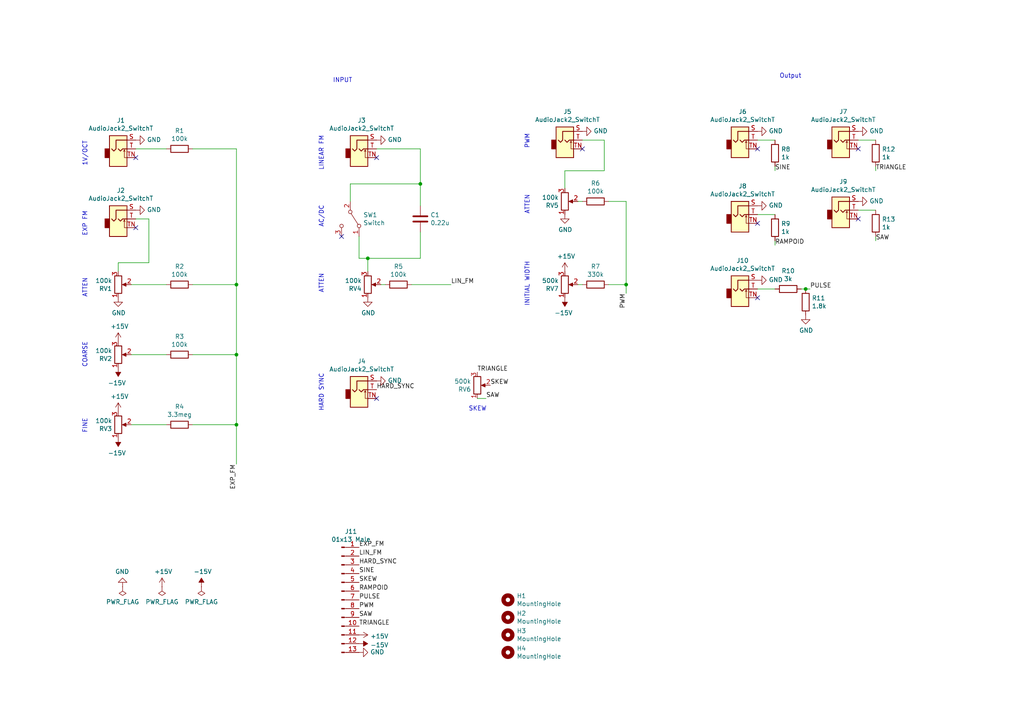
<source format=kicad_sch>
(kicad_sch (version 20230121) (generator eeschema)
  (paper "A4")
  (title_block (title "X4046") (date "2019-08-10") (rev "R01") (comment 1 "Original design by Thomas Henry") (comment 2 "PCB for mounting the armatures") (comment 4 "License CC BY 4.0 - Attribution 4.0 International"))
  (lib_symbols
    (symbol "Connector:Conn_01x13_Pin" (pin_names (offset 1.016) hide)
      (property "Reference" "J" (at 0 17.78 0))
      (property "Value" "Conn_01x13_Pin" (at 0 -17.78 0))
      (symbol "Conn_01x13_Pin_1_1"
        (polyline (pts (xy 1.27 -15.24) (xy 0.8636 -15.24)) (stroke (width 0.1524)))
        (polyline (pts (xy 1.27 -12.7) (xy 0.8636 -12.7)) (stroke (width 0.1524)))
        (polyline (pts (xy 1.27 -10.16) (xy 0.8636 -10.16)) (stroke (width 0.1524)))
        (polyline (pts (xy 1.27 -7.62) (xy 0.8636 -7.62)) (stroke (width 0.1524)))
        (polyline (pts (xy 1.27 -5.08) (xy 0.8636 -5.08)) (stroke (width 0.1524)))
        (polyline (pts (xy 1.27 -2.54) (xy 0.8636 -2.54)) (stroke (width 0.1524)))
        (polyline (pts (xy 1.27 0) (xy 0.8636 0)) (stroke (width 0.1524)))
        (polyline (pts (xy 1.27 2.54) (xy 0.8636 2.54)) (stroke (width 0.1524)))
        (polyline (pts (xy 1.27 5.08) (xy 0.8636 5.08)) (stroke (width 0.1524)))
        (polyline (pts (xy 1.27 7.62) (xy 0.8636 7.62)) (stroke (width 0.1524)))
        (polyline (pts (xy 1.27 10.16) (xy 0.8636 10.16)) (stroke (width 0.1524)))
        (polyline (pts (xy 1.27 12.7) (xy 0.8636 12.7)) (stroke (width 0.1524)))
        (polyline (pts (xy 1.27 15.24) (xy 0.8636 15.24)) (stroke (width 0.1524)))
        (rectangle (start 0.8636 -15.113) (end 0 -15.367) (stroke (width 0.1524)) (fill (type outline)))
        (rectangle (start 0.8636 -12.573) (end 0 -12.827) (stroke (width 0.1524)) (fill (type outline)))
        (rectangle (start 0.8636 -10.033) (end 0 -10.287) (stroke (width 0.1524)) (fill (type outline)))
        (rectangle (start 0.8636 -7.493) (end 0 -7.747) (stroke (width 0.1524)) (fill (type outline)))
        (rectangle (start 0.8636 -4.953) (end 0 -5.207) (stroke (width 0.1524)) (fill (type outline)))
        (rectangle (start 0.8636 -2.413) (end 0 -2.667) (stroke (width 0.1524)) (fill (type outline)))
        (rectangle (start 0.8636 0.127) (end 0 -0.127) (stroke (width 0.1524)) (fill (type outline)))
        (rectangle (start 0.8636 2.667) (end 0 2.413) (stroke (width 0.1524)) (fill (type outline)))
        (rectangle (start 0.8636 5.207) (end 0 4.953) (stroke (width 0.1524)) (fill (type outline)))
        (rectangle (start 0.8636 7.747) (end 0 7.493) (stroke (width 0.1524)) (fill (type outline)))
        (rectangle (start 0.8636 10.287) (end 0 10.033) (stroke (width 0.1524)) (fill (type outline)))
        (rectangle (start 0.8636 12.827) (end 0 12.573) (stroke (width 0.1524)) (fill (type outline)))
        (rectangle (start 0.8636 15.367) (end 0 15.113) (stroke (width 0.1524)) (fill (type outline)))
        (pin passive line (at 5.08 15.24 180) (length 3.81) (name "Pin_1") (number "1"))
        (pin passive line (at 5.08 -7.62 180) (length 3.81) (name "Pin_10") (number "10"))
        (pin passive line (at 5.08 -10.16 180) (length 3.81) (name "Pin_11") (number "11"))
        (pin passive line (at 5.08 -12.7 180) (length 3.81) (name "Pin_12") (number "12"))
        (pin passive line (at 5.08 -15.24 180) (length 3.81) (name "Pin_13") (number "13"))
        (pin passive line (at 5.08 12.7 180) (length 3.81) (name "Pin_2") (number "2"))
        (pin passive line (at 5.08 10.16 180) (length 3.81) (name "Pin_3") (number "3"))
        (pin passive line (at 5.08 7.62 180) (length 3.81) (name "Pin_4") (number "4"))
        (pin passive line (at 5.08 5.08 180) (length 3.81) (name "Pin_5") (number "5"))
        (pin passive line (at 5.08 2.54 180) (length 3.81) (name "Pin_6") (number "6"))
        (pin passive line (at 5.08 0 180) (length 3.81) (name "Pin_7") (number "7"))
        (pin passive line (at 5.08 -2.54 180) (length 3.81) (name "Pin_8") (number "8"))
        (pin passive line (at 5.08 -5.08 180) (length 3.81) (name "Pin_9") (number "9"))
      )
    )
    (symbol "Connector_Audio:AudioJack2_SwitchT"
      (property "Reference" "J" (at 0 8.89 0))
      (property "Value" "AudioJack2_SwitchT" (at 0 6.35 0))
      (symbol "AudioJack2_SwitchT_0_1"
        (rectangle (start -2.54 0) (end -3.81 -2.54) (stroke (width 0.254)) (fill (type outline)))
        (polyline (pts (xy 1.778 -0.254) (xy 2.032 -0.762)))
        (polyline (pts (xy 0 0) (xy 0.635 -0.635) (xy 1.27 0) (xy 2.54 0)) (stroke (width 0.254)))
        (polyline (pts (xy 2.54 -2.54) (xy 1.778 -2.54) (xy 1.778 -0.254) (xy 1.524 -0.762)))
        (polyline (pts (xy 2.54 2.54) (xy -0.635 2.54) (xy -0.635 0) (xy -1.27 -0.635) (xy -1.905 0)) (stroke (width 0.254)))
        (rectangle (start 2.54 3.81) (end -2.54 -5.08) (stroke (width 0.254)) (fill (type background)))
      )
      (symbol "AudioJack2_SwitchT_1_1"
        (pin passive line (at 5.08 2.54 180) (length 2.54) (name "~") (number "S"))
        (pin passive line (at 5.08 0 180) (length 2.54) (name "~") (number "T"))
        (pin passive line (at 5.08 -2.54 180) (length 2.54) (name "~") (number "TN"))
      )
    )
    (symbol "Device:C" (pin_numbers hide) (pin_names (offset 0.254))
      (property "Reference" "C" (at 0.635 2.54 0))
      (property "Value" "C" (at 0.635 -2.54 0))
      (symbol "C_0_1"
        (polyline (pts (xy -2.032 -0.762) (xy 2.032 -0.762)) (stroke (width 0.508)))
        (polyline (pts (xy -2.032 0.762) (xy 2.032 0.762)) (stroke (width 0.508)))
      )
      (symbol "C_1_1"
        (pin passive line (at 0 3.81 270) (length 2.794) (name "~") (number "1"))
        (pin passive line (at 0 -3.81 90) (length 2.794) (name "~") (number "2"))
      )
    )
    (symbol "Device:R" (pin_numbers hide) (pin_names (offset 0))
      (property "Reference" "R" (at 2.032 0 90))
      (property "Value" "R" (at 0 0 90))
      (symbol "R_0_1"
        (rectangle (start -1.016 -2.54) (end 1.016 2.54) (stroke (width 0.254)))
      )
      (symbol "R_1_1"
        (pin passive line (at 0 3.81 270) (length 1.27) (name "~") (number "1"))
        (pin passive line (at 0 -3.81 90) (length 1.27) (name "~") (number "2"))
      )
    )
    (symbol "Device:R_Potentiometer" (pin_names (offset 1.016) hide)
      (property "Reference" "RV" (at -4.445 0 90))
      (property "Value" "R_Potentiometer" (at -2.54 0 90))
      (symbol "R_Potentiometer_0_1"
        (polyline (pts (xy 2.54 0) (xy 1.524 0)))
        (polyline (pts (xy 1.143 0) (xy 2.286 0.508) (xy 2.286 -0.508) (xy 1.143 0)) (fill (type outline)))
        (rectangle (start 1.016 2.54) (end -1.016 -2.54) (stroke (width 0.254)))
      )
      (symbol "R_Potentiometer_1_1"
        (pin passive line (at 0 3.81 270) (length 1.27) (name "1") (number "1"))
        (pin passive line (at 3.81 0 180) (length 1.27) (name "2") (number "2"))
        (pin passive line (at 0 -3.81 90) (length 1.27) (name "3") (number "3"))
      )
    )
    (symbol "Mechanical:MountingHole" (pin_names (offset 1.016))
      (property "Reference" "H" (at 0 5.08 0))
      (property "Value" "MountingHole" (at 0 3.175 0))
      (symbol "MountingHole_0_1"
        (circle (center 0 0) (radius 1.27) (stroke (width 1.27)))
      )
    )
    (symbol "Switch:SW_SPDT" (pin_names (offset 0) hide)
      (property "Reference" "SW" (at 0 4.318 0))
      (property "Value" "SW_SPDT" (at 0 -5.08 0))
      (symbol "SW_SPDT_0_0"
        (circle (center -2.032 0) (radius 0.508))
        (circle (center 2.032 -2.54) (radius 0.508))
      )
      (symbol "SW_SPDT_0_1"
        (polyline (pts (xy -1.524 0.254) (xy 1.651 2.286)))
        (circle (center 2.032 2.54) (radius 0.508))
      )
      (symbol "SW_SPDT_1_1"
        (pin passive line (at 5.08 2.54 180) (length 2.54) (name "A") (number "1"))
        (pin passive line (at -5.08 0 0) (length 2.54) (name "B") (number "2"))
        (pin passive line (at 5.08 -2.54 180) (length 2.54) (name "C") (number "3"))
      )
    )
    (symbol "power:+15V" (power) (pin_names (offset 0))
      (property "Value" "+15V" (at 0 3.556 0))
      (symbol "+15V_0_1"
        (polyline (pts (xy -0.762 1.27) (xy 0 2.54)))
        (polyline (pts (xy 0 0) (xy 0 2.54)))
        (polyline (pts (xy 0 2.54) (xy 0.762 1.27)))
      )
      (symbol "+15V_1_1"
        (pin power_in line (at 0 0 90) (length 0) hide (name "+15V") (number "1"))
      )
    )
    (symbol "power:-15V" (power) (pin_names (offset 0))
      (property "Value" "-15V" (at 0 3.81 0))
      (symbol "-15V_0_0"
        (pin power_in line (at 0 0 90) (length 0) hide (name "-15V") (number "1"))
      )
      (symbol "-15V_0_1"
        (polyline (pts (xy 0 0) (xy 0 1.27) (xy 0.762 1.27) (xy 0 2.54) (xy -0.762 1.27) (xy 0 1.27)) (fill (type outline)))
      )
    )
    (symbol "power:GND" (power) (pin_names (offset 0))
      (property "Value" "GND" (at 0 -3.81 0))
      (symbol "GND_0_1"
        (polyline (pts (xy 0 0) (xy 0 -1.27) (xy 1.27 -1.27) (xy 0 -2.54) (xy -1.27 -1.27) (xy 0 -1.27)))
      )
      (symbol "GND_1_1"
        (pin power_in line (at 0 0 270) (length 0) hide (name "GND") (number "1"))
      )
    )
    (symbol "power:PWR_FLAG" (power) (pin_numbers hide) (pin_names (offset 0) hide)
      (property "Value" "PWR_FLAG" (at 0 3.81 0))
      (symbol "PWR_FLAG_0_0"
        (pin power_out line (at 0 0 90) (length 0) (name "pwr") (number "1"))
      )
      (symbol "PWR_FLAG_0_1"
        (polyline (pts (xy 0 0) (xy 0 1.27) (xy -1.016 1.905) (xy 0 2.54) (xy 1.016 1.905) (xy 0 1.27)))
      )
    )
  )
  (junction (at 106.68 74.93))
  (junction (at 68.58 102.87))
  (junction (at 181.61 82.55))
  (junction (at 68.58 123.19))
  (junction (at 68.58 82.55))
  (junction (at 121.92 53.34))
  (junction (at 233.68 83.82))
  (no_connect (at 109.22 115.57))
  (no_connect (at 219.71 43.18))
  (no_connect (at 219.71 64.77))
  (no_connect (at 168.91 43.18))
  (no_connect (at 248.92 43.18))
  (no_connect (at 248.92 63.5))
  (no_connect (at 219.71 86.36))
  (no_connect (at 99.06 68.58))
  (no_connect (at 39.37 66.04))
  (no_connect (at 39.37 45.72))
  (no_connect (at 109.22 45.72))
  (wire (pts (xy 121.92 74.93) (xy 121.92 67.31)))
  (wire (pts (xy 176.53 82.55) (xy 181.61 82.55)))
  (wire (pts (xy 104.14 68.58) (xy 104.14 74.93)))
  (wire (pts (xy 163.83 49.53) (xy 163.83 54.61)))
  (wire (pts (xy 55.88 43.18) (xy 68.58 43.18)))
  (wire (pts (xy 121.92 53.34) (xy 121.92 59.69)))
  (wire (pts (xy 233.68 83.82) (xy 234.95 83.82)))
  (wire (pts (xy 101.6 53.34) (xy 121.92 53.34)))
  (wire (pts (xy 175.26 40.64) (xy 175.26 49.53)))
  (wire (pts (xy 254 49.53) (xy 254 48.26)))
  (wire (pts (xy 55.88 123.19) (xy 68.58 123.19)))
  (wire (pts (xy 181.61 82.55) (xy 181.61 85.09)))
  (wire (pts (xy 38.1 102.87) (xy 48.26 102.87)))
  (wire (pts (xy 55.88 82.55) (xy 68.58 82.55)))
  (wire (pts (xy 38.1 123.19) (xy 48.26 123.19)))
  (wire (pts (xy 43.18 63.5) (xy 43.18 76.2)))
  (wire (pts (xy 140.97 115.57) (xy 138.43 115.57)))
  (wire (pts (xy 168.91 58.42) (xy 167.64 58.42)))
  (wire (pts (xy 39.37 43.18) (xy 48.26 43.18)))
  (wire (pts (xy 168.91 40.64) (xy 175.26 40.64)))
  (wire (pts (xy 224.79 83.82) (xy 219.71 83.82)))
  (wire (pts (xy 106.68 78.74) (xy 106.68 74.93)))
  (wire (pts (xy 34.29 76.2) (xy 34.29 78.74)))
  (wire (pts (xy 224.79 48.26) (xy 224.79 49.53)))
  (wire (pts (xy 119.38 82.55) (xy 130.81 82.55)))
  (wire (pts (xy 224.79 40.64) (xy 219.71 40.64)))
  (wire (pts (xy 101.6 58.42) (xy 101.6 53.34)))
  (wire (pts (xy 232.41 83.82) (xy 233.68 83.82)))
  (wire (pts (xy 248.92 40.64) (xy 254 40.64)))
  (wire (pts (xy 68.58 102.87) (xy 68.58 123.19)))
  (wire (pts (xy 68.58 123.19) (xy 68.58 134.62)))
  (wire (pts (xy 39.37 63.5) (xy 43.18 63.5)))
  (wire (pts (xy 104.14 74.93) (xy 106.68 74.93)))
  (wire (pts (xy 106.68 74.93) (xy 121.92 74.93)))
  (wire (pts (xy 181.61 58.42) (xy 181.61 82.55)))
  (wire (pts (xy 168.91 82.55) (xy 167.64 82.55)))
  (wire (pts (xy 43.18 76.2) (xy 34.29 76.2)))
  (wire (pts (xy 224.79 71.12) (xy 224.79 69.85)))
  (wire (pts (xy 68.58 82.55) (xy 68.58 102.87)))
  (wire (pts (xy 109.22 43.18) (xy 121.92 43.18)))
  (wire (pts (xy 176.53 58.42) (xy 181.61 58.42)))
  (wire (pts (xy 121.92 43.18) (xy 121.92 53.34)))
  (wire (pts (xy 254 68.58) (xy 254 69.85)))
  (wire (pts (xy 175.26 49.53) (xy 163.83 49.53)))
  (wire (pts (xy 48.26 82.55) (xy 38.1 82.55)))
  (wire (pts (xy 68.58 43.18) (xy 68.58 82.55)))
  (wire (pts (xy 224.79 62.23) (xy 219.71 62.23)))
  (wire (pts (xy 254 60.96) (xy 248.92 60.96)))
  (wire (pts (xy 111.76 82.55) (xy 110.49 82.55)))
  (wire (pts (xy 55.88 102.87) (xy 68.58 102.87)))
  (text "ATTEN" (at 25.4 86.36 90) (effects (font (size 1.27 1.27)) (justify left bottom)))
  (text "INITIAL WIDTH" (at 153.67 88.9 90) (effects (font (size 1.27 1.27)) (justify left bottom)))
  (text "FINE" (at 25.4 125.73 90) (effects (font (size 1.27 1.27)) (justify left bottom)))
  (text "LINEAR FM" (at 93.98 49.53 90) (effects (font (size 1.27 1.27)) (justify left bottom)))
  (text "INPUT" (at 96.52 24.13 0) (effects (font (size 1.27 1.27)) (justify left bottom)))
  (text "HARD SYNC" (at 93.98 119.38 90) (effects (font (size 1.27 1.27)) (justify left bottom)))
  (text "AC/DC" (at 93.98 66.04 90) (effects (font (size 1.27 1.27)) (justify left bottom)))
  (text "ATTEN" (at 93.98 85.09 90) (effects (font (size 1.27 1.27)) (justify left bottom)))
  (text "1V/OCT" (at 25.4 48.26 90) (effects (font (size 1.27 1.27)) (justify left bottom)))
  (text "Output" (at 226.06 22.86 0) (effects (font (size 1.27 1.27)) (justify left bottom)))
  (text "ATTEN" (at 153.67 62.23 90) (effects (font (size 1.27 1.27)) (justify left bottom)))
  (text "COARSE" (at 25.4 106.68 90) (effects (font (size 1.27 1.27)) (justify left bottom)))
  (text "EXP FM" (at 25.4 68.58 90) (effects (font (size 1.27 1.27)) (justify left bottom)))
  (text "PWM" (at 153.67 43.18 90) (effects (font (size 1.27 1.27)) (justify left bottom)))
  (text "SKEW" (at 135.89 119.38 0) (effects (font (size 1.27 1.27)) (justify left bottom)))
  (label "PULSE" (at 104.14 173.99 0))
  (label "HARD_SYNC" (at 109.22 113.03 0))
  (label "TRIANGLE" (at 254 49.53 0))
  (label "PULSE" (at 234.95 83.82 0))
  (label "SAW" (at 254 69.85 0))
  (label "HARD_SYNC" (at 104.14 163.83 0))
  (label "LIN_FM" (at 104.14 161.29 0))
  (label "EXP_FM" (at 68.58 134.62 270))
  (label "SKEW" (at 142.24 111.76 0))
  (label "SAW" (at 140.97 115.57 0))
  (label "SINE" (at 224.79 49.53 0))
  (label "TRIANGLE" (at 138.43 107.95 0))
  (label "SAW" (at 104.14 179.07 0))
  (label "PWM" (at 104.14 176.53 0))
  (label "SINE" (at 104.14 166.37 0))
  (label "TRIANGLE" (at 104.14 181.61 0))
  (label "RAMPOID" (at 224.79 71.12 0))
  (label "PWM" (at 181.61 85.09 270))
  (label "SKEW" (at 104.14 168.91 0))
  (label "EXP_FM" (at 104.14 158.75 0))
  (label "LIN_FM" (at 130.81 82.55 0))
  (label "RAMPOID" (at 104.14 171.45 0))
  (symbol (lib_id "Device:R_Potentiometer") (at 34.29 82.55 0) (mirror x) (unit 1)
    (property "Reference" "RV1" (at 32.512 83.7184 0) (effects (justify right)))
    (property "Value" "100k" (at 32.512 81.407 0) (effects (justify right)))
    (property "Footprint" "elektrophon:Potentiometer_Alpha_RD901F-40-00D_Single_Vertical" (effects hide))
  )
  (symbol (lib_id "Device:R_Potentiometer") (at 138.43 111.76 0) (mirror x) (unit 1)
    (property "Reference" "RV6" (at 136.652 112.9284 0) (effects (justify right)))
    (property "Value" "500k" (at 136.652 110.617 0) (effects (justify right)))
    (property "Footprint" "elektrophon:Potentiometer_Alpha_RD901F-40-00D_Single_Vertical" (effects hide))
  )
  (symbol (lib_id "Device:R_Potentiometer") (at 106.68 82.55 0) (mirror x) (unit 1)
    (property "Reference" "RV4" (at 104.902 83.7184 0) (effects (justify right)))
    (property "Value" "100k" (at 104.902 81.407 0) (effects (justify right)))
    (property "Footprint" "elektrophon:Potentiometer_Alpha_RD901F-40-00D_Single_Vertical" (effects hide))
  )
  (symbol (lib_id "Device:R_Potentiometer") (at 163.83 58.42 0) (mirror x) (unit 1)
    (property "Reference" "RV5" (at 162.052 59.5884 0) (effects (justify right)))
    (property "Value" "100k" (at 162.052 57.277 0) (effects (justify right)))
    (property "Footprint" "elektrophon:Potentiometer_Alpha_RD901F-40-00D_Single_Vertical" (effects hide))
  )
  (symbol (lib_id "Device:R_Potentiometer") (at 34.29 123.19 0) (mirror x) (unit 1)
    (property "Reference" "RV3" (at 32.512 124.3584 0) (effects (justify right)))
    (property "Value" "100k" (at 32.512 122.047 0) (effects (justify right)))
    (property "Footprint" "elektrophon:Potentiometer_Alpha_RD901F-40-00D_Single_Vertical" (effects hide))
  )
  (symbol (lib_id "Device:R_Potentiometer") (at 34.29 102.87 0) (mirror x) (unit 1)
    (property "Reference" "RV2" (at 32.512 104.0384 0) (effects (justify right)))
    (property "Value" "100k" (at 32.512 101.727 0) (effects (justify right)))
    (property "Footprint" "elektrophon:Potentiometer_Alpha_RD901F-40-00D_Single_Vertical" (effects hide))
  )
  (symbol (lib_id "Connector_Audio:AudioJack2_SwitchT") (at 34.29 43.18 0) (unit 1)
    (property "Reference" "J1" (at 35.052 34.925 0))
    (property "Value" "AudioJack2_SwitchT" (at 35.052 37.2364 0))
    (property "Footprint" "elektrophon:Jack_3.5mm_WQP-PJ398SM_Vertical" (effects hide))
  )
  (symbol (lib_id "Connector_Audio:AudioJack2_SwitchT") (at 104.14 43.18 0) (unit 1)
    (property "Reference" "J3" (at 104.902 34.925 0))
    (property "Value" "AudioJack2_SwitchT" (at 104.902 37.2364 0))
    (property "Footprint" "elektrophon:Jack_3.5mm_WQP-PJ398SM_Vertical" (effects hide))
  )
  (symbol (lib_id "Connector_Audio:AudioJack2_SwitchT") (at 163.83 40.64 0) (unit 1)
    (property "Reference" "J5" (at 164.592 32.385 0))
    (property "Value" "AudioJack2_SwitchT" (at 164.592 34.6964 0))
    (property "Footprint" "elektrophon:Jack_3.5mm_WQP-PJ398SM_Vertical" (effects hide))
  )
  (symbol (lib_id "Connector_Audio:AudioJack2_SwitchT") (at 34.29 63.5 0) (unit 1)
    (property "Reference" "J2" (at 35.052 55.245 0))
    (property "Value" "AudioJack2_SwitchT" (at 35.052 57.5564 0))
    (property "Footprint" "elektrophon:Jack_3.5mm_WQP-PJ398SM_Vertical" (effects hide))
  )
  (symbol (lib_id "Connector_Audio:AudioJack2_SwitchT") (at 104.14 113.03 0) (unit 1)
    (property "Reference" "J4" (at 104.902 104.775 0))
    (property "Value" "AudioJack2_SwitchT" (at 104.902 107.0864 0))
    (property "Footprint" "elektrophon:Jack_3.5mm_WQP-PJ398SM_Vertical" (effects hide))
  )
  (symbol (lib_id "Connector_Audio:AudioJack2_SwitchT") (at 214.63 40.64 0) (unit 1)
    (property "Reference" "J6" (at 215.392 32.385 0))
    (property "Value" "AudioJack2_SwitchT" (at 215.392 34.6964 0))
    (property "Footprint" "elektrophon:Jack_3.5mm_WQP-PJ398SM_Vertical" (effects hide))
  )
  (symbol (lib_id "Connector_Audio:AudioJack2_SwitchT") (at 214.63 62.23 0) (unit 1)
    (property "Reference" "J8" (at 215.392 53.975 0))
    (property "Value" "AudioJack2_SwitchT" (at 215.392 56.2864 0))
    (property "Footprint" "elektrophon:Jack_3.5mm_WQP-PJ398SM_Vertical" (effects hide))
  )
  (symbol (lib_id "Connector_Audio:AudioJack2_SwitchT") (at 214.63 83.82 0) (unit 1)
    (property "Reference" "J10" (at 215.392 75.565 0))
    (property "Value" "AudioJack2_SwitchT" (at 215.392 77.8764 0))
    (property "Footprint" "elektrophon:Jack_3.5mm_WQP-PJ398SM_Vertical" (effects hide))
  )
  (symbol (lib_id "Connector_Audio:AudioJack2_SwitchT") (at 243.84 40.64 0) (unit 1)
    (property "Reference" "J7" (at 244.602 32.385 0))
    (property "Value" "AudioJack2_SwitchT" (at 244.602 34.6964 0))
    (property "Footprint" "elektrophon:Jack_3.5mm_WQP-PJ398SM_Vertical" (effects hide))
  )
  (symbol (lib_id "Connector_Audio:AudioJack2_SwitchT") (at 243.84 60.96 0) (unit 1)
    (property "Reference" "J9" (at 244.602 52.705 0))
    (property "Value" "AudioJack2_SwitchT" (at 244.602 55.0164 0))
    (property "Footprint" "elektrophon:Jack_3.5mm_WQP-PJ398SM_Vertical" (effects hide))
  )
  (symbol (lib_id "power:GND") (at 39.37 40.64 90) (unit 1)
    (property "Reference" "#PWR0101" (effects hide))
    (property "Value" "GND" (at 42.6212 40.513 90) (effects (justify right)))
  )
  (symbol (lib_id "Connector:Conn_01x13_Pin") (at 99.06 173.99 0) (unit 1)
    (property "Reference" "J11" (at 101.8032 154.1526 0))
    (property "Value" "01x13 Male" (at 101.8032 156.464 0))
    (property "Footprint" "Connector_PinHeader_2.54mm:PinHeader_1x13_P2.54mm_Vertical" (effects hide))
  )
  (symbol (lib_id "power:+15V") (at 104.14 184.15 270) (unit 1)
    (property "Reference" "#PWR0121" (effects hide))
    (property "Value" "+15V" (at 107.3912 184.531 90) (effects (justify left)))
  )
  (symbol (lib_id "power:-15V") (at 104.14 186.69 270) (unit 1)
    (property "Reference" "#PWR0122" (effects hide))
    (property "Value" "-15V" (at 107.3912 187.071 90) (effects (justify left)))
  )
  (symbol (lib_id "power:GND") (at 104.14 189.23 90) (unit 1)
    (property "Reference" "#PWR0123" (effects hide))
    (property "Value" "GND" (at 107.3912 189.103 90) (effects (justify right)))
  )
  (symbol (lib_id "power:+15V") (at 46.99 170.18 0) (unit 1)
    (property "Reference" "#PWR0124" (effects hide))
    (property "Value" "+15V" (at 47.371 165.7858 0))
  )
  (symbol (lib_id "power:-15V") (at 58.42 170.18 0) (unit 1)
    (property "Reference" "#PWR0125" (effects hide))
    (property "Value" "-15V" (at 58.801 165.7858 0))
  )
  (symbol (lib_id "power:GND") (at 35.56 170.18 180) (unit 1)
    (property "Reference" "#PWR0126" (effects hide))
    (property "Value" "GND" (at 35.433 165.7858 0))
  )
  (symbol (lib_id "power:PWR_FLAG") (at 35.56 170.18 180) (unit 1)
    (property "Reference" "#FLG0101" (effects hide))
    (property "Value" "PWR_FLAG" (at 35.56 174.5742 0))
  )
  (symbol (lib_id "power:PWR_FLAG") (at 46.99 170.18 180) (unit 1)
    (property "Reference" "#FLG0102" (effects hide))
    (property "Value" "PWR_FLAG" (at 46.99 174.5742 0))
  )
  (symbol (lib_id "power:PWR_FLAG") (at 58.42 170.18 180) (unit 1)
    (property "Reference" "#FLG0103" (effects hide))
    (property "Value" "PWR_FLAG" (at 58.42 174.5742 0))
  )
  (symbol (lib_id "power:GND") (at 39.37 60.96 90) (unit 1)
    (property "Reference" "#PWR0102" (effects hide))
    (property "Value" "GND" (at 42.6212 60.833 90) (effects (justify right)))
  )
  (symbol (lib_id "power:GND") (at 34.29 86.36 0) (unit 1)
    (property "Reference" "#PWR0103" (effects hide))
    (property "Value" "GND" (at 34.417 90.7542 0))
  )
  (symbol (lib_id "power:+15V") (at 34.29 99.06 0) (unit 1)
    (property "Reference" "#PWR0104" (effects hide))
    (property "Value" "+15V" (at 34.671 94.6658 0))
  )
  (symbol (lib_id "power:-15V") (at 34.29 106.68 180) (unit 1)
    (property "Reference" "#PWR0105" (effects hide))
    (property "Value" "-15V" (at 33.909 111.0742 0))
  )
  (symbol (lib_id "power:-15V") (at 34.29 127 180) (unit 1)
    (property "Reference" "#PWR0106" (effects hide))
    (property "Value" "-15V" (at 33.909 131.3942 0))
  )
  (symbol (lib_id "power:+15V") (at 34.29 119.38 0) (unit 1)
    (property "Reference" "#PWR0107" (effects hide))
    (property "Value" "+15V" (at 34.671 114.9858 0))
  )
  (symbol (lib_id "Device:R") (at 52.07 43.18 270) (unit 1)
    (property "Reference" "R1" (at 52.07 37.9222 90))
    (property "Value" "100k" (at 52.07 40.2336 90))
    (property "Footprint" "Resistor_THT:R_Axial_DIN0207_L6.3mm_D2.5mm_P10.16mm_Horizontal" (effects hide))
  )
  (symbol (lib_id "Device:R") (at 52.07 82.55 270) (unit 1)
    (property "Reference" "R2" (at 52.07 77.2922 90))
    (property "Value" "100k" (at 52.07 79.6036 90))
    (property "Footprint" "Resistor_THT:R_Axial_DIN0207_L6.3mm_D2.5mm_P10.16mm_Horizontal" (effects hide))
  )
  (symbol (lib_id "Device:R") (at 52.07 102.87 270) (unit 1)
    (property "Reference" "R3" (at 52.07 97.6122 90))
    (property "Value" "100k" (at 52.07 99.9236 90))
    (property "Footprint" "Resistor_THT:R_Axial_DIN0207_L6.3mm_D2.5mm_P10.16mm_Horizontal" (effects hide))
  )
  (symbol (lib_id "Device:R") (at 52.07 123.19 270) (unit 1)
    (property "Reference" "R4" (at 52.07 117.9322 90))
    (property "Value" "3.3meg" (at 52.07 120.2436 90))
    (property "Footprint" "Resistor_THT:R_Axial_DIN0207_L6.3mm_D2.5mm_P10.16mm_Horizontal" (effects hide))
  )
  (symbol (lib_id "power:GND") (at 109.22 40.64 90) (unit 1)
    (property "Reference" "#PWR0108" (effects hide))
    (property "Value" "GND" (at 112.4712 40.513 90) (effects (justify right)))
  )
  (symbol (lib_id "Device:C") (at 121.92 63.5 0) (unit 1)
    (property "Reference" "C1" (at 124.841 62.3316 0) (effects (justify left)))
    (property "Value" "0.22u" (at 124.841 64.643 0) (effects (justify left)))
    (property "Footprint" "Capacitor_THT:C_Rect_L4.6mm_W3.0mm_P2.50mm_MKS02_FKP02" (effects hide))
  )
  (symbol (lib_id "power:GND") (at 106.68 86.36 0) (unit 1)
    (property "Reference" "#PWR0109" (effects hide))
    (property "Value" "GND" (at 106.807 90.7542 0))
  )
  (symbol (lib_id "Device:R") (at 115.57 82.55 270) (unit 1)
    (property "Reference" "R5" (at 115.57 77.2922 90))
    (property "Value" "100k" (at 115.57 79.6036 90))
    (property "Footprint" "Resistor_THT:R_Axial_DIN0207_L6.3mm_D2.5mm_P10.16mm_Horizontal" (effects hide))
  )
  (symbol (lib_id "power:GND") (at 109.22 110.49 90) (unit 1)
    (property "Reference" "#PWR0110" (effects hide))
    (property "Value" "GND" (at 112.4712 110.363 90) (effects (justify right)))
  )
  (symbol (lib_id "power:GND") (at 168.91 38.1 90) (unit 1)
    (property "Reference" "#PWR0111" (effects hide))
    (property "Value" "GND" (at 172.1612 37.973 90) (effects (justify right)))
  )
  (symbol (lib_id "power:GND") (at 163.83 62.23 0) (unit 1)
    (property "Reference" "#PWR0112" (effects hide))
    (property "Value" "GND" (at 163.957 66.6242 0))
  )
  (symbol (lib_id "Device:R") (at 172.72 58.42 270) (unit 1)
    (property "Reference" "R6" (at 172.72 53.1622 90))
    (property "Value" "100k" (at 172.72 55.4736 90))
    (property "Footprint" "Resistor_THT:R_Axial_DIN0207_L6.3mm_D2.5mm_P10.16mm_Horizontal" (effects hide))
  )
  (symbol (lib_id "Device:R_Potentiometer") (at 163.83 82.55 0) (mirror x) (unit 1)
    (property "Reference" "RV7" (at 162.052 83.7184 0) (effects (justify right)))
    (property "Value" "500k" (at 162.052 81.407 0) (effects (justify right)))
    (property "Footprint" "elektrophon:Potentiometer_Alpha_RD901F-40-00D_Single_Vertical" (effects hide))
  )
  (symbol (lib_id "power:-15V") (at 163.83 86.36 180) (unit 1)
    (property "Reference" "#PWR0113" (effects hide))
    (property "Value" "-15V" (at 163.449 90.7542 0))
  )
  (symbol (lib_id "power:+15V") (at 163.83 78.74 0) (unit 1)
    (property "Reference" "#PWR0114" (effects hide))
    (property "Value" "+15V" (at 164.211 74.3458 0))
  )
  (symbol (lib_id "Device:R") (at 172.72 82.55 270) (unit 1)
    (property "Reference" "R7" (at 172.72 77.2922 90))
    (property "Value" "330k" (at 172.72 79.6036 90))
    (property "Footprint" "Resistor_THT:R_Axial_DIN0207_L6.3mm_D2.5mm_P10.16mm_Horizontal" (effects hide))
  )
  (symbol (lib_id "power:GND") (at 219.71 38.1 90) (unit 1)
    (property "Reference" "#PWR0115" (effects hide))
    (property "Value" "GND" (at 222.9612 37.973 90) (effects (justify right)))
  )
  (symbol (lib_id "power:GND") (at 248.92 38.1 90) (unit 1)
    (property "Reference" "#PWR0116" (effects hide))
    (property "Value" "GND" (at 252.1712 37.973 90) (effects (justify right)))
  )
  (symbol (lib_id "power:GND") (at 248.92 58.42 90) (unit 1)
    (property "Reference" "#PWR0117" (effects hide))
    (property "Value" "GND" (at 252.1712 58.293 90) (effects (justify right)))
  )
  (symbol (lib_id "power:GND") (at 219.71 59.69 90) (unit 1)
    (property "Reference" "#PWR0118" (effects hide))
    (property "Value" "GND" (at 222.9612 59.563 90) (effects (justify right)))
  )
  (symbol (lib_id "power:GND") (at 219.71 81.28 90) (unit 1)
    (property "Reference" "#PWR0119" (effects hide))
    (property "Value" "GND" (at 222.9612 81.153 90) (effects (justify right)))
  )
  (symbol (lib_id "Device:R") (at 224.79 44.45 180) (unit 1)
    (property "Reference" "R8" (at 226.568 43.2816 0) (effects (justify right)))
    (property "Value" "1k" (at 226.568 45.593 0) (effects (justify right)))
    (property "Footprint" "Resistor_THT:R_Axial_DIN0207_L6.3mm_D2.5mm_P10.16mm_Horizontal" (effects hide))
  )
  (symbol (lib_id "Device:R") (at 254 44.45 180) (unit 1)
    (property "Reference" "R12" (at 255.778 43.2816 0) (effects (justify right)))
    (property "Value" "1k" (at 255.778 45.593 0) (effects (justify right)))
    (property "Footprint" "Resistor_THT:R_Axial_DIN0207_L6.3mm_D2.5mm_P7.62mm_Horizontal" (effects hide))
  )
  (symbol (lib_id "Device:R") (at 224.79 66.04 180) (unit 1)
    (property "Reference" "R9" (at 226.568 64.8716 0) (effects (justify right)))
    (property "Value" "1k" (at 226.568 67.183 0) (effects (justify right)))
    (property "Footprint" "Resistor_THT:R_Axial_DIN0207_L6.3mm_D2.5mm_P10.16mm_Horizontal" (effects hide))
  )
  (symbol (lib_id "Device:R") (at 254 64.77 180) (unit 1)
    (property "Reference" "R13" (at 255.778 63.6016 0) (effects (justify right)))
    (property "Value" "1k" (at 255.778 65.913 0) (effects (justify right)))
    (property "Footprint" "Resistor_THT:R_Axial_DIN0207_L6.3mm_D2.5mm_P7.62mm_Horizontal" (effects hide))
  )
  (symbol (lib_id "Device:R") (at 233.68 87.63 180) (unit 1)
    (property "Reference" "R11" (at 235.458 86.4616 0) (effects (justify right)))
    (property "Value" "1.8k" (at 235.458 88.773 0) (effects (justify right)))
    (property "Footprint" "Resistor_THT:R_Axial_DIN0207_L6.3mm_D2.5mm_P7.62mm_Horizontal" (effects hide))
  )
  (symbol (lib_id "Device:R") (at 228.6 83.82 90) (unit 1)
    (property "Reference" "R10" (at 228.6 78.5622 90))
    (property "Value" "3k" (at 228.6 80.8736 90))
    (property "Footprint" "Resistor_THT:R_Axial_DIN0207_L6.3mm_D2.5mm_P7.62mm_Horizontal" (effects hide))
  )
  (symbol (lib_id "power:GND") (at 233.68 91.44 0) (unit 1)
    (property "Reference" "#PWR0120" (effects hide))
    (property "Value" "GND" (at 233.807 95.8342 0))
  )
  (symbol (lib_id "Switch:SW_SPDT") (at 101.6 63.5 270) (unit 1)
    (property "Reference" "SW1" (at 105.3592 62.3316 90) (effects (justify left)))
    (property "Value" "Switch" (at 105.3592 64.643 90) (effects (justify left)))
    (property "Footprint" "elektrophon:SPDT_KIT" (effects hide))
  )
  (symbol (lib_id "Mechanical:MountingHole") (at 147.32 173.99 0) (unit 1)
    (property "Reference" "H1" (at 149.86 172.8216 0) (effects (justify left)))
    (property "Value" "MountingHole" (at 149.86 175.133 0) (effects (justify left)))
    (property "Footprint" "MountingHole:MountingHole_2.2mm_M2" (effects hide))
  )
  (symbol (lib_id "Mechanical:MountingHole") (at 147.32 179.07 0) (unit 1)
    (property "Reference" "H2" (at 149.86 177.9016 0) (effects (justify left)))
    (property "Value" "MountingHole" (at 149.86 180.213 0) (effects (justify left)))
    (property "Footprint" "MountingHole:MountingHole_2.2mm_M2" (effects hide))
  )
  (symbol (lib_id "Mechanical:MountingHole") (at 147.32 184.15 0) (unit 1)
    (property "Reference" "H3" (at 149.86 182.9816 0) (effects (justify left)))
    (property "Value" "MountingHole" (at 149.86 185.293 0) (effects (justify left)))
    (property "Footprint" "MountingHole:MountingHole_2.2mm_M2" (effects hide))
  )
  (symbol (lib_id "Mechanical:MountingHole") (at 147.32 189.23 0) (unit 1)
    (property "Reference" "H4" (at 149.86 188.0616 0) (effects (justify left)))
    (property "Value" "MountingHole" (at 149.86 190.373 0) (effects (justify left)))
    (property "Footprint" "MountingHole:MountingHole_2.2mm_M2" (effects hide))
  )
)
</source>
